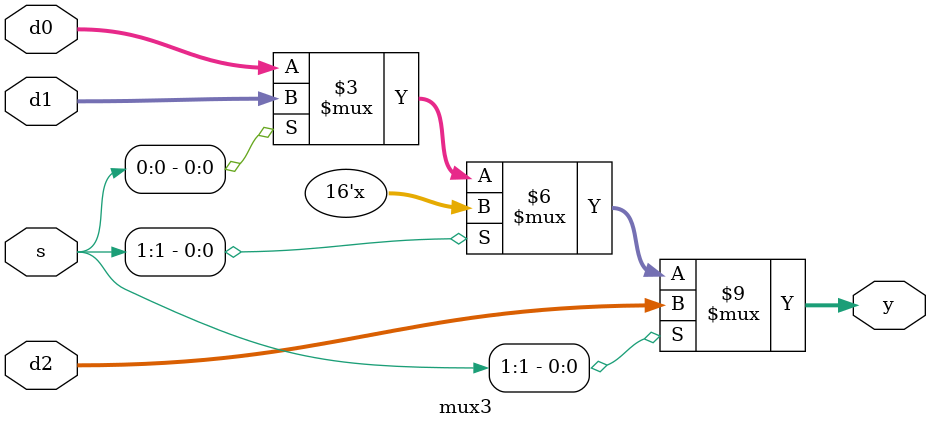
<source format=sv>
module PC_module (
    input  logic [15:0] data, address,
    input  logic clk, reset,
    input  logic [1:0] s,
    output logic [15:0] pcout);

    logic [15:0] pc_interm;
    mux3 pcmux (.d0(pcout+1), .d1(data), .d2(address), .s(s), .y(pc_interm));

    always_ff @ (posedge clk)
    begin
        if (reset)
            pcout <= 16'h0;
        else
            pcout <= pc_interm;
    end
endmodule

module mux3 #(parameter width = 16) (input logic [width-1:0] d0, d1, d2, input logic [1:0] s, output logic [width-1:0] y);
    always_comb
    begin
        if (s[1])
            y = d2;
        else if (s[0])
            y = d1;
        else
            y = d0;
    end
endmodule

</source>
